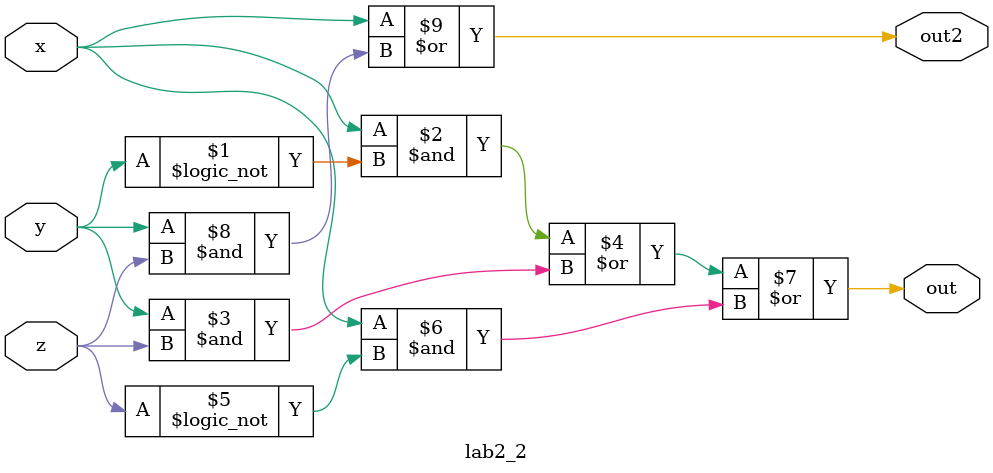
<source format=sv>
`timescale 1ns/1ps



module lab2_1(in1, in2, in3, in4, out);
input wire in1, in2, in3, in4;
output wire out;	

assign out =  ~( 							//nor3
				(~( 						//nand2
					(~(in1 & !in2)) & in3) 	//nand2
				)|
				(~(!in1 | in2 | !in3))| 	//nor3
				(~(in1 | in4)) 				//nor2
				);

endmodule



module lab2_2(x, y, z, out, out2);
input wire x, y, z;
output wire out, out2;	

assign out =  (x & !y) | (y & z) | (x & !z);
assign out2 = x | (y & z);

endmodule





</source>
